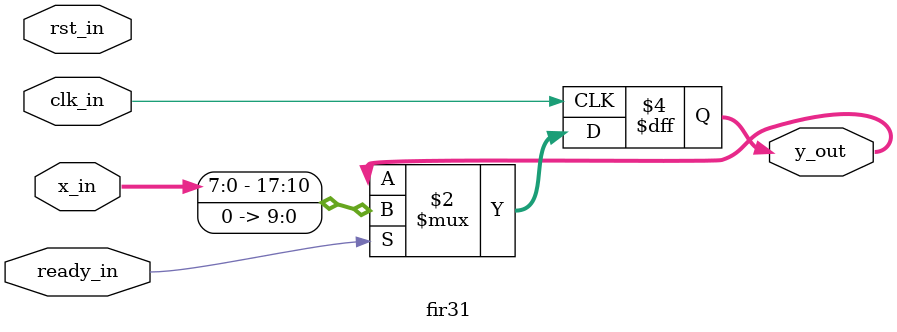
<source format=v>
`timescale 1ns / 1ps

///////////////////////////////////////////////////////////////////////////////
//
// 31-tap FIR filter, 8-bit signed data, 10-bit signed coefficients.
// ready is asserted whenever there is a new sample on the X input,
// the Y output should also be sampled at the same time.  Assumes at
// least 32 clocks between ready assertions.  Note that since the
// coefficients have been scaled by 2**10, so has the output (it's
// expanded from 8 bits to 18 bits).  To get an 8-bit result from the
// filter just divide by 2**10, ie, use Y[17:10].
//
///////////////////////////////////////////////////////////////////////////////

module fir31(
  input  clk_in,rst_in,ready_in,
  input signed [7:0] x_in,
  output reg signed [17:0] y_out);
  // for now just pass data through
  always @(posedge clk_in) begin
    if (ready_in) y_out <= {x_in,10'd0};
  end
endmodule
</source>
